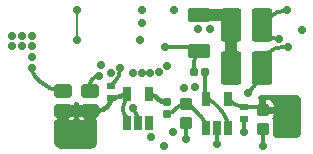
<source format=gbl>
G04*
G04 #@! TF.GenerationSoftware,Altium Limited,Altium Designer,22.7.1 (60)*
G04*
G04 Layer_Physical_Order=4*
G04 Layer_Color=16711680*
%FSLAX43Y43*%
%MOMM*%
G71*
G04*
G04 #@! TF.SameCoordinates,DF1E0758-EE3D-4B36-99E4-D52E4057D36D*
G04*
G04*
G04 #@! TF.FilePolarity,Positive*
G04*
G01*
G75*
%ADD10C,0.200*%
%ADD24C,0.300*%
%ADD26C,0.400*%
%ADD29C,0.300*%
G04:AMPARAMS|DCode=32|XSize=0.59mm|YSize=0.6mm|CornerRadius=0.074mm|HoleSize=0mm|Usage=FLASHONLY|Rotation=270.000|XOffset=0mm|YOffset=0mm|HoleType=Round|Shape=RoundedRectangle|*
%AMROUNDEDRECTD32*
21,1,0.590,0.453,0,0,270.0*
21,1,0.443,0.600,0,0,270.0*
1,1,0.148,-0.226,-0.221*
1,1,0.148,-0.226,0.221*
1,1,0.148,0.226,0.221*
1,1,0.148,0.226,-0.221*
%
%ADD32ROUNDEDRECTD32*%
G04:AMPARAMS|DCode=36|XSize=0.94mm|YSize=1.03mm|CornerRadius=0.118mm|HoleSize=0mm|Usage=FLASHONLY|Rotation=90.000|XOffset=0mm|YOffset=0mm|HoleType=Round|Shape=RoundedRectangle|*
%AMROUNDEDRECTD36*
21,1,0.940,0.795,0,0,90.0*
21,1,0.705,1.030,0,0,90.0*
1,1,0.235,0.398,0.353*
1,1,0.235,0.398,-0.353*
1,1,0.235,-0.398,-0.353*
1,1,0.235,-0.398,0.353*
%
%ADD36ROUNDEDRECTD36*%
G04:AMPARAMS|DCode=38|XSize=0.61mm|YSize=0.6mm|CornerRadius=0.075mm|HoleSize=0mm|Usage=FLASHONLY|Rotation=180.000|XOffset=0mm|YOffset=0mm|HoleType=Round|Shape=RoundedRectangle|*
%AMROUNDEDRECTD38*
21,1,0.610,0.450,0,0,180.0*
21,1,0.460,0.600,0,0,180.0*
1,1,0.150,-0.230,0.225*
1,1,0.150,0.230,0.225*
1,1,0.150,0.230,-0.225*
1,1,0.150,-0.230,-0.225*
%
%ADD38ROUNDEDRECTD38*%
G04:AMPARAMS|DCode=39|XSize=0.61mm|YSize=1.26mm|CornerRadius=0.076mm|HoleSize=0mm|Usage=FLASHONLY|Rotation=180.000|XOffset=0mm|YOffset=0mm|HoleType=Round|Shape=RoundedRectangle|*
%AMROUNDEDRECTD39*
21,1,0.610,1.108,0,0,180.0*
21,1,0.458,1.260,0,0,180.0*
1,1,0.153,-0.229,0.554*
1,1,0.153,0.229,0.554*
1,1,0.153,0.229,-0.554*
1,1,0.153,-0.229,-0.554*
%
%ADD39ROUNDEDRECTD39*%
%ADD42C,0.700*%
%ADD43C,1.000*%
G04:AMPARAMS|DCode=44|XSize=1.21mm|YSize=1.46mm|CornerRadius=0.151mm|HoleSize=0mm|Usage=FLASHONLY|Rotation=270.000|XOffset=0mm|YOffset=0mm|HoleType=Round|Shape=RoundedRectangle|*
%AMROUNDEDRECTD44*
21,1,1.210,1.158,0,0,270.0*
21,1,0.907,1.460,0,0,270.0*
1,1,0.303,-0.579,-0.454*
1,1,0.303,-0.579,0.454*
1,1,0.303,0.579,0.454*
1,1,0.303,0.579,-0.454*
%
%ADD44ROUNDEDRECTD44*%
G04:AMPARAMS|DCode=45|XSize=1.76mm|YSize=2.82mm|CornerRadius=0.22mm|HoleSize=0mm|Usage=FLASHONLY|Rotation=180.000|XOffset=0mm|YOffset=0mm|HoleType=Round|Shape=RoundedRectangle|*
%AMROUNDEDRECTD45*
21,1,1.760,2.380,0,0,180.0*
21,1,1.320,2.820,0,0,180.0*
1,1,0.440,-0.660,1.190*
1,1,0.440,0.660,1.190*
1,1,0.440,0.660,-1.190*
1,1,0.440,-0.660,-1.190*
%
%ADD45ROUNDEDRECTD45*%
G04:AMPARAMS|DCode=46|XSize=1.2mm|YSize=1.83mm|CornerRadius=0.15mm|HoleSize=0mm|Usage=FLASHONLY|Rotation=270.000|XOffset=0mm|YOffset=0mm|HoleType=Round|Shape=RoundedRectangle|*
%AMROUNDEDRECTD46*
21,1,1.200,1.530,0,0,270.0*
21,1,0.900,1.830,0,0,270.0*
1,1,0.300,-0.765,-0.450*
1,1,0.300,-0.765,0.450*
1,1,0.300,0.765,0.450*
1,1,0.300,0.765,-0.450*
%
%ADD46ROUNDEDRECTD46*%
G04:AMPARAMS|DCode=47|XSize=0.61mm|YSize=0.6mm|CornerRadius=0.075mm|HoleSize=0mm|Usage=FLASHONLY|Rotation=90.000|XOffset=0mm|YOffset=0mm|HoleType=Round|Shape=RoundedRectangle|*
%AMROUNDEDRECTD47*
21,1,0.610,0.450,0,0,90.0*
21,1,0.460,0.600,0,0,90.0*
1,1,0.150,0.225,0.230*
1,1,0.150,0.225,-0.230*
1,1,0.150,-0.225,-0.230*
1,1,0.150,-0.225,0.230*
%
%ADD47ROUNDEDRECTD47*%
G36*
X6411Y4373D02*
X6397Y4305D01*
X7325D01*
Y3805D01*
X7825D01*
Y2993D01*
X7900D01*
X7900Y1100D01*
X7900Y1001D01*
X7824Y817D01*
X7683Y676D01*
X7523Y610D01*
X7400Y600D01*
X4900Y600D01*
X4781D01*
X4560Y691D01*
X4391Y860D01*
X4300Y1081D01*
X4300Y1200D01*
X4300Y2919D01*
X4427Y3007D01*
X4496Y2993D01*
X4575D01*
Y3805D01*
X5075D01*
Y4305D01*
X6003D01*
X5989Y4373D01*
X6056Y4500D01*
X6344D01*
X6411Y4373D01*
D02*
G37*
G36*
X25027Y5039D02*
X25139Y4927D01*
X25200Y4780D01*
X25200Y4700D01*
X25200D01*
X25200Y1881D01*
X25200Y1805D01*
X25142Y1665D01*
X25035Y1558D01*
X24895Y1500D01*
X24819Y1500D01*
X23200D01*
X23120Y1500D01*
X22973Y1561D01*
X22861Y1673D01*
X22800Y1820D01*
Y1900D01*
X22800Y1900D01*
X22800Y3000D01*
X22793Y3071D01*
X22750Y3174D01*
X22835Y3301D01*
X22875Y3503D01*
Y3555D01*
X21950D01*
Y3855D01*
X21650D01*
Y4735D01*
X21619D01*
X21535Y4847D01*
X21533Y4859D01*
X21561Y4927D01*
X21673Y5039D01*
X21820Y5100D01*
X21900Y5100D01*
X21900Y5100D01*
X24800Y5100D01*
X24880Y5100D01*
X25027Y5039D01*
D02*
G37*
%LPC*%
G36*
X6003Y3305D02*
X5575D01*
Y2993D01*
X5654D01*
X5791Y3020D01*
X5907Y3098D01*
X5985Y3214D01*
X6003Y3305D01*
D02*
G37*
G36*
X6825D02*
X6397D01*
X6415Y3214D01*
X6493Y3098D01*
X6609Y3020D01*
X6746Y2993D01*
X6825D01*
Y3305D01*
D02*
G37*
G36*
X22347Y4735D02*
X22250D01*
Y4155D01*
X22875D01*
Y4208D01*
X22835Y4409D01*
X22721Y4581D01*
X22549Y4695D01*
X22347Y4735D01*
D02*
G37*
%LPD*%
D10*
X6222Y9800D02*
Y12300D01*
D24*
X21895Y11100D02*
G03*
X23095Y9900I1200J0D01*
G01*
X24000Y12293D02*
G03*
X22444Y11649I0J-2201D01*
G01*
X23650Y9200D02*
G03*
X21895Y7445I0J-1755D01*
G01*
X21244Y5874D02*
G03*
X21895Y7445I-1571J1571D01*
G01*
X9409Y6214D02*
G03*
X9900Y7400I-1187J1186D01*
G01*
X9409Y6213D02*
G03*
X9409Y6214I-1187J1187D01*
G01*
X11400Y2914D02*
G03*
X10950Y4000I-1536J0D01*
G01*
X8140Y6745D02*
G03*
X7325Y5930I0J-815D01*
G01*
X10450Y2996D02*
G03*
X10200Y3600I-854J0D01*
G01*
X10100Y3841D02*
G03*
X10200Y3600I341J0D01*
G01*
X10225Y4350D02*
G03*
X10450Y4893I-543J543D01*
G01*
X10225Y4350D02*
G03*
X10100Y4048I302J-302D01*
G01*
X15450Y4355D02*
G03*
X14648Y4023I0J-1135D01*
G01*
X15902Y4168D02*
G03*
X15450Y4355I-452J-452D01*
G01*
X17125Y2330D02*
G03*
X16690Y3380I-1485J0D01*
G01*
X13825Y3505D02*
G03*
X14346Y3721I0J736D01*
G01*
X17723Y4532D02*
G03*
X17125Y4780I-598J-598D01*
G01*
X18618Y3597D02*
G03*
X18389Y3866I-1766J-1267D01*
G01*
X17112Y6350D02*
G03*
X17100Y6320I30J-30D01*
G01*
Y4500D02*
G03*
X17125Y4475I25J0D01*
G01*
X19142Y4663D02*
G03*
X20380Y4150I1238J1238D01*
G01*
X21950Y3855D02*
G03*
X21238Y4150I-712J-712D01*
G01*
X16600Y8900D02*
G03*
X15876Y9200I-724J-724D01*
G01*
X16600Y8900D02*
G03*
X16113Y7723I1177J-1177D01*
G01*
X19025Y2330D02*
G03*
X18618Y3597I-2173J-0D01*
G01*
X2400Y7445D02*
G03*
X2715Y6685I1075J0D01*
G01*
X3161Y6239D02*
G03*
X4957Y5495I1796J1796D01*
G01*
X21895Y11100D02*
X22444Y11649D01*
X23095Y9900D02*
X23370D01*
X23650Y9200D02*
X24100D01*
X20700Y5330D02*
X21244Y5874D01*
X9409Y6213D02*
X9409Y6214D01*
X9120Y5925D02*
X9409Y6213D01*
X11400Y2780D02*
Y2914D01*
X8140Y6745D02*
X8195D01*
X7325Y5495D02*
Y5930D01*
X4957Y5495D02*
X5075D01*
X10450Y2780D02*
Y2996D01*
X10100Y3841D02*
Y4048D01*
X10450Y4893D02*
Y5230D01*
X15902Y4168D02*
X16690Y3380D01*
X10450Y5230D02*
Y5330D01*
X14346Y3721D02*
X14648Y4023D01*
X15450Y1400D02*
Y2755D01*
X17723Y4532D02*
X18389Y3866D01*
X17100Y6320D02*
Y7050D01*
Y4500D02*
Y6320D01*
X20380Y4150D02*
X21238D01*
X19025Y4780D02*
X19142Y4663D01*
X21950Y801D02*
Y2255D01*
X20380Y2000D02*
Y3125D01*
X13700Y9200D02*
X15876D01*
X16113Y7050D02*
Y7723D01*
X12350Y5505D02*
Y5650D01*
X18075Y960D02*
Y2330D01*
X8195Y6745D02*
X8240Y6700D01*
X10450Y3200D02*
X10450Y3200D01*
X2715Y6685D02*
X2715Y6685D01*
X3161Y6239D01*
D26*
X9409Y4900D02*
G03*
X10447Y5330I0J1468D01*
G01*
X8025Y3805D02*
G03*
X9120Y4900I0J1095D01*
G01*
X13056Y4824D02*
G03*
X13825Y4505I769J769D01*
G01*
X12861Y5018D02*
G03*
X12350Y5230I-511J-511D01*
G01*
X10447Y5330D02*
X10450D01*
X9120Y4900D02*
X9409D01*
X12861Y5018D02*
X13056Y4824D01*
X7325Y3805D02*
X8025D01*
D29*
X2715Y6685D02*
D03*
D32*
X20380Y4150D02*
D03*
X20380Y3125D02*
D03*
X9120Y4900D02*
D03*
X9120Y5925D02*
D03*
D36*
X21950Y2255D02*
D03*
X21950Y3855D02*
D03*
X15450Y2755D02*
D03*
Y4355D02*
D03*
D38*
X16113Y7050D02*
D03*
X17112Y7050D02*
D03*
D39*
X19025Y4780D02*
D03*
X17125Y4780D02*
D03*
X17125Y2330D02*
D03*
X18075Y2330D02*
D03*
X19025Y2330D02*
D03*
X12350Y5230D02*
D03*
X10450Y5230D02*
D03*
X10450Y2780D02*
D03*
X11400Y2780D02*
D03*
X12350Y2780D02*
D03*
D42*
X16200Y5800D02*
D03*
X15330Y5737D02*
D03*
X10950Y4000D02*
D03*
X13600Y800D02*
D03*
X12500Y1600D02*
D03*
X15450Y1400D02*
D03*
X24100Y9200D02*
D03*
X20700Y5330D02*
D03*
X17500Y10750D02*
D03*
X16470Y10700D02*
D03*
X21950Y801D02*
D03*
X20380Y2000D02*
D03*
X24000Y12293D02*
D03*
X23370Y9900D02*
D03*
X11600Y9800D02*
D03*
X13700Y9200D02*
D03*
X14445Y12300D02*
D03*
X11700Y12350D02*
D03*
X11700Y11250D02*
D03*
X13825Y7550D02*
D03*
X13200Y7050D02*
D03*
X12450Y7000D02*
D03*
X11700D02*
D03*
X10950D02*
D03*
X23250Y2000D02*
D03*
Y2900D02*
D03*
X24000D02*
D03*
Y2000D02*
D03*
X24750Y2900D02*
D03*
Y2000D02*
D03*
X14405Y2005D02*
D03*
X18075Y960D02*
D03*
X9900Y7400D02*
D03*
X8140Y6745D02*
D03*
X9120Y6964D02*
D03*
X8240Y7692D02*
D03*
X6500Y1100D02*
D03*
Y2000D02*
D03*
X4800D02*
D03*
Y1100D02*
D03*
X5650Y2000D02*
D03*
Y1100D02*
D03*
X25279Y10625D02*
D03*
X700Y10145D02*
D03*
X1550D02*
D03*
X2400D02*
D03*
Y7445D02*
D03*
Y8345D02*
D03*
Y9245D02*
D03*
X1550D02*
D03*
X700D02*
D03*
X6222Y9800D02*
D03*
Y12300D02*
D03*
D43*
X19305Y11100D02*
G03*
X18505Y11900I-800J0D01*
G01*
X16600D02*
X18505D01*
X19305Y7445D02*
Y11100D01*
D44*
X7325Y3805D02*
D03*
X7325Y5495D02*
D03*
X5075Y3805D02*
D03*
X5075Y5495D02*
D03*
D45*
X19305Y11100D02*
D03*
X21895Y11100D02*
D03*
X19305Y7445D02*
D03*
X21895Y7445D02*
D03*
D46*
X16600Y8900D02*
D03*
X16600Y11900D02*
D03*
D47*
X13825Y3505D02*
D03*
Y4505D02*
D03*
M02*

</source>
